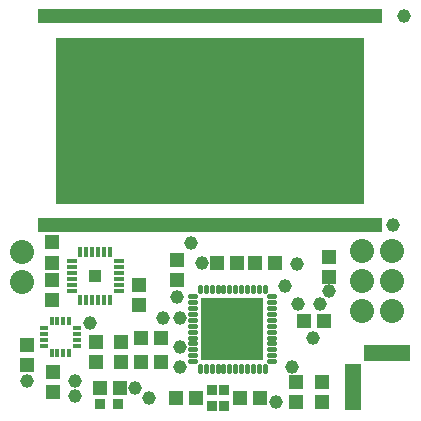
<source format=gts>
G75*
%MOIN*%
%OFA0B0*%
%FSLAX25Y25*%
%IPPOS*%
%LPD*%
%AMOC8*
5,1,8,0,0,1.08239X$1,22.5*
%
%ADD10R,0.21072X0.21072*%
%ADD11C,0.01781*%
%ADD12R,0.04931X0.04537*%
%ADD13R,0.01702X0.03159*%
%ADD14R,0.03159X0.01702*%
%ADD15R,0.04537X0.04931*%
%ADD16R,0.01781X0.03750*%
%ADD17R,0.03750X0.01781*%
%ADD18R,0.03937X0.03937*%
%ADD19C,0.08000*%
%ADD20R,0.05600X0.05600*%
%ADD21R,1.14773X0.04537*%
%ADD22R,1.02962X0.55718*%
%ADD23R,0.03750X0.03750*%
%ADD24R,0.03200X0.03600*%
%ADD25C,0.04562*%
D10*
X0077181Y0036031D03*
D11*
X0076197Y0023631D02*
X0076197Y0023631D01*
X0076197Y0022055D01*
X0076197Y0022055D01*
X0076197Y0023631D01*
X0078165Y0023631D02*
X0078165Y0023631D01*
X0078165Y0022055D01*
X0078165Y0022055D01*
X0078165Y0023631D01*
X0080134Y0023631D02*
X0080134Y0023631D01*
X0080134Y0022055D01*
X0080134Y0022055D01*
X0080134Y0023631D01*
X0082102Y0023631D02*
X0082102Y0023631D01*
X0082102Y0022055D01*
X0082102Y0022055D01*
X0082102Y0023631D01*
X0084071Y0023631D02*
X0084071Y0023631D01*
X0084071Y0022055D01*
X0084071Y0022055D01*
X0084071Y0023631D01*
X0086039Y0023631D02*
X0086039Y0023631D01*
X0086039Y0022055D01*
X0086039Y0022055D01*
X0086039Y0023631D01*
X0088008Y0023631D02*
X0088008Y0023631D01*
X0088008Y0022055D01*
X0088008Y0022055D01*
X0088008Y0023631D01*
X0089582Y0025205D02*
X0089582Y0025205D01*
X0091158Y0025205D01*
X0091158Y0025205D01*
X0089582Y0025205D01*
X0089582Y0027173D02*
X0089582Y0027173D01*
X0091158Y0027173D01*
X0091158Y0027173D01*
X0089582Y0027173D01*
X0089582Y0029142D02*
X0089582Y0029142D01*
X0091158Y0029142D01*
X0091158Y0029142D01*
X0089582Y0029142D01*
X0089582Y0031110D02*
X0089582Y0031110D01*
X0091158Y0031110D01*
X0091158Y0031110D01*
X0089582Y0031110D01*
X0089582Y0033079D02*
X0089582Y0033079D01*
X0091158Y0033079D01*
X0091158Y0033079D01*
X0089582Y0033079D01*
X0089582Y0035047D02*
X0089582Y0035047D01*
X0091158Y0035047D01*
X0091158Y0035047D01*
X0089582Y0035047D01*
X0089582Y0037016D02*
X0089582Y0037016D01*
X0091158Y0037016D01*
X0091158Y0037016D01*
X0089582Y0037016D01*
X0089582Y0038984D02*
X0089582Y0038984D01*
X0091158Y0038984D01*
X0091158Y0038984D01*
X0089582Y0038984D01*
X0089582Y0040953D02*
X0089582Y0040953D01*
X0091158Y0040953D01*
X0091158Y0040953D01*
X0089582Y0040953D01*
X0089582Y0042921D02*
X0089582Y0042921D01*
X0091158Y0042921D01*
X0091158Y0042921D01*
X0089582Y0042921D01*
X0089582Y0044890D02*
X0089582Y0044890D01*
X0091158Y0044890D01*
X0091158Y0044890D01*
X0089582Y0044890D01*
X0089582Y0046858D02*
X0089582Y0046858D01*
X0091158Y0046858D01*
X0091158Y0046858D01*
X0089582Y0046858D01*
X0088008Y0048432D02*
X0088008Y0048432D01*
X0088008Y0050008D01*
X0088008Y0050008D01*
X0088008Y0048432D01*
X0086039Y0048432D02*
X0086039Y0048432D01*
X0086039Y0050008D01*
X0086039Y0050008D01*
X0086039Y0048432D01*
X0084071Y0048432D02*
X0084071Y0048432D01*
X0084071Y0050008D01*
X0084071Y0050008D01*
X0084071Y0048432D01*
X0082102Y0048432D02*
X0082102Y0048432D01*
X0082102Y0050008D01*
X0082102Y0050008D01*
X0082102Y0048432D01*
X0080134Y0050008D02*
X0080134Y0050008D01*
X0080134Y0048432D01*
X0080134Y0048432D01*
X0080134Y0050008D01*
X0078165Y0050008D02*
X0078165Y0050008D01*
X0078165Y0048432D01*
X0078165Y0048432D01*
X0078165Y0050008D01*
X0076197Y0050008D02*
X0076197Y0050008D01*
X0076197Y0048432D01*
X0076197Y0048432D01*
X0076197Y0050008D01*
X0074228Y0050008D02*
X0074228Y0050008D01*
X0074228Y0048432D01*
X0074228Y0048432D01*
X0074228Y0050008D01*
X0072260Y0048432D02*
X0072260Y0048432D01*
X0072260Y0050008D01*
X0072260Y0050008D01*
X0072260Y0048432D01*
X0070291Y0048432D02*
X0070291Y0048432D01*
X0070291Y0050008D01*
X0070291Y0050008D01*
X0070291Y0048432D01*
X0068323Y0048432D02*
X0068323Y0048432D01*
X0068323Y0050008D01*
X0068323Y0050008D01*
X0068323Y0048432D01*
X0066354Y0048432D02*
X0066354Y0048432D01*
X0066354Y0050008D01*
X0066354Y0050008D01*
X0066354Y0048432D01*
X0064780Y0046858D02*
X0064780Y0046858D01*
X0063204Y0046858D01*
X0063204Y0046858D01*
X0064780Y0046858D01*
X0064780Y0044890D02*
X0064780Y0044890D01*
X0063204Y0044890D01*
X0063204Y0044890D01*
X0064780Y0044890D01*
X0064780Y0042921D02*
X0064780Y0042921D01*
X0063204Y0042921D01*
X0063204Y0042921D01*
X0064780Y0042921D01*
X0064780Y0040953D02*
X0064780Y0040953D01*
X0063204Y0040953D01*
X0063204Y0040953D01*
X0064780Y0040953D01*
X0064780Y0038984D02*
X0064780Y0038984D01*
X0063204Y0038984D01*
X0063204Y0038984D01*
X0064780Y0038984D01*
X0064780Y0037016D02*
X0064780Y0037016D01*
X0063204Y0037016D01*
X0063204Y0037016D01*
X0064780Y0037016D01*
X0064780Y0035047D02*
X0064780Y0035047D01*
X0063204Y0035047D01*
X0063204Y0035047D01*
X0064780Y0035047D01*
X0064780Y0033079D02*
X0064780Y0033079D01*
X0063204Y0033079D01*
X0063204Y0033079D01*
X0064780Y0033079D01*
X0064780Y0031110D02*
X0064780Y0031110D01*
X0063204Y0031110D01*
X0063204Y0031110D01*
X0064780Y0031110D01*
X0064780Y0029142D02*
X0064780Y0029142D01*
X0063204Y0029142D01*
X0063204Y0029142D01*
X0064780Y0029142D01*
X0064780Y0027173D02*
X0064780Y0027173D01*
X0063204Y0027173D01*
X0063204Y0027173D01*
X0064780Y0027173D01*
X0064780Y0025205D02*
X0064780Y0025205D01*
X0063204Y0025205D01*
X0063204Y0025205D01*
X0064780Y0025205D01*
X0066354Y0023631D02*
X0066354Y0023631D01*
X0066354Y0022055D01*
X0066354Y0022055D01*
X0066354Y0023631D01*
X0068323Y0023631D02*
X0068323Y0023631D01*
X0068323Y0022055D01*
X0068323Y0022055D01*
X0068323Y0023631D01*
X0070291Y0023631D02*
X0070291Y0023631D01*
X0070291Y0022055D01*
X0070291Y0022055D01*
X0070291Y0023631D01*
X0072260Y0023631D02*
X0072260Y0023631D01*
X0072260Y0022055D01*
X0072260Y0022055D01*
X0072260Y0023631D01*
X0074228Y0023631D02*
X0074228Y0023631D01*
X0074228Y0022055D01*
X0074228Y0022055D01*
X0074228Y0023631D01*
D12*
X0079740Y0012803D03*
X0086433Y0012803D03*
X0065173Y0012803D03*
X0058480Y0012803D03*
X0053362Y0024811D03*
X0046669Y0024811D03*
X0046669Y0033079D03*
X0053362Y0033079D03*
X0039780Y0016346D03*
X0033087Y0016346D03*
X0072063Y0057882D03*
X0078756Y0057882D03*
X0084858Y0057882D03*
X0091551Y0057882D03*
X0109268Y0060047D03*
X0109268Y0053354D03*
X0107693Y0038591D03*
X0101000Y0038591D03*
D13*
X0022850Y0038669D03*
X0020882Y0038669D03*
X0018913Y0038669D03*
X0016945Y0038669D03*
X0016945Y0027882D03*
X0018913Y0027882D03*
X0020882Y0027882D03*
X0022850Y0027882D03*
D14*
X0025291Y0030323D03*
X0025291Y0032291D03*
X0025291Y0034260D03*
X0025291Y0036228D03*
X0014504Y0036228D03*
X0014504Y0034260D03*
X0014504Y0032291D03*
X0014504Y0030323D03*
D15*
X0008874Y0030520D03*
X0008874Y0023827D03*
X0017535Y0021465D03*
X0017535Y0014772D03*
X0031906Y0025008D03*
X0031906Y0031701D03*
X0039976Y0031701D03*
X0039976Y0025008D03*
X0046079Y0043906D03*
X0046079Y0050598D03*
X0058874Y0052173D03*
X0058874Y0058866D03*
X0016945Y0058079D03*
X0016945Y0052173D03*
X0016945Y0045480D03*
X0016945Y0064772D03*
X0098441Y0018118D03*
X0098441Y0011425D03*
X0107102Y0011425D03*
X0107102Y0018118D03*
D16*
X0036433Y0045677D03*
X0034465Y0045677D03*
X0032496Y0045677D03*
X0030528Y0045677D03*
X0028559Y0045677D03*
X0026591Y0045677D03*
X0026591Y0061425D03*
X0028559Y0061425D03*
X0030528Y0061425D03*
X0032496Y0061425D03*
X0034465Y0061425D03*
X0036433Y0061425D03*
D17*
X0039386Y0058472D03*
X0039386Y0056504D03*
X0039386Y0054535D03*
X0039386Y0052567D03*
X0039386Y0050598D03*
X0039386Y0048630D03*
X0023638Y0048630D03*
X0023638Y0050598D03*
X0023638Y0052567D03*
X0023638Y0054535D03*
X0023638Y0056504D03*
X0023638Y0058472D03*
D18*
X0031512Y0053551D03*
D19*
X0007102Y0051425D03*
X0007102Y0061425D03*
X0120488Y0062016D03*
X0130488Y0062016D03*
X0130488Y0051976D03*
X0120488Y0051976D03*
X0120488Y0041937D03*
X0130488Y0041937D03*
D20*
X0128756Y0027764D03*
X0123756Y0027764D03*
X0117535Y0021543D03*
X0117535Y0016543D03*
X0117535Y0011543D03*
X0133756Y0027764D03*
D21*
X0069898Y0070480D03*
X0069898Y0140165D03*
D22*
X0069898Y0105323D03*
D23*
X0038992Y0010835D03*
X0033087Y0010835D03*
D24*
X0070457Y0010400D03*
X0074457Y0010400D03*
X0074457Y0015600D03*
X0070457Y0015600D03*
D25*
X0008874Y0018512D03*
X0024622Y0018512D03*
X0024622Y0013591D03*
X0044898Y0016346D03*
X0049425Y0012803D03*
X0059858Y0023236D03*
X0059858Y0029929D03*
X0059858Y0039575D03*
X0054150Y0039575D03*
X0058874Y0046465D03*
X0066945Y0057882D03*
X0063402Y0064575D03*
X0077181Y0036031D03*
X0094898Y0050205D03*
X0099031Y0044299D03*
X0106315Y0044299D03*
X0109268Y0048433D03*
X0098638Y0057488D03*
X0103953Y0032882D03*
X0097063Y0023236D03*
X0091748Y0011425D03*
X0130921Y0070480D03*
X0134465Y0140165D03*
X0029740Y0037803D03*
M02*

</source>
